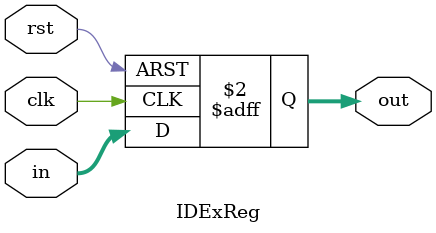
<source format=v>
module IDExReg #(parameter N = 32)(clk, rst, in, out);
    input clk, rst;
    input [N-1:0]in;
    output reg [N-1:0] out;
    always @(posedge clk, posedge rst) begin
        if (rst)
            out <= {32'd0};
        else
            out <= in;
    end
endmodule
</source>
